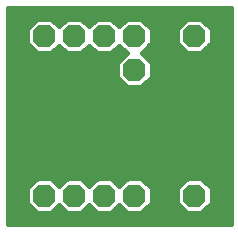
<source format=gbl>
G75*
%MOIN*%
%OFA0B0*%
%FSLAX24Y24*%
%IPPOS*%
%LPD*%
%AMOC8*
5,1,8,0,0,1.08239X$1,22.5*
%
%ADD10OC8,0.0760*%
%ADD11C,0.0160*%
D10*
X001617Y001361D03*
X002617Y001361D03*
X003617Y001361D03*
X004617Y001361D03*
X005617Y001361D03*
X006617Y001361D03*
X004617Y005553D03*
X004617Y006676D03*
X005617Y006676D03*
X006617Y006676D03*
X003617Y006676D03*
X002617Y006676D03*
X001617Y006676D03*
D11*
X000410Y000410D02*
X007824Y000410D01*
X007824Y007627D01*
X000410Y007627D01*
X000410Y000410D01*
X000410Y000497D02*
X007824Y000497D01*
X007824Y000656D02*
X000410Y000656D01*
X000410Y000814D02*
X001344Y000814D01*
X001377Y000781D02*
X001857Y000781D01*
X002117Y001041D01*
X002377Y000781D01*
X002857Y000781D01*
X003117Y001041D01*
X003377Y000781D01*
X003857Y000781D01*
X004117Y001041D01*
X004377Y000781D01*
X004857Y000781D01*
X005197Y001121D01*
X005197Y001601D01*
X004857Y001941D01*
X004377Y001941D01*
X004117Y001681D01*
X003857Y001941D01*
X003377Y001941D01*
X003117Y001681D01*
X002857Y001941D01*
X002377Y001941D01*
X002117Y001681D01*
X001857Y001941D01*
X001377Y001941D01*
X001037Y001601D01*
X001037Y001121D01*
X001377Y000781D01*
X001185Y000973D02*
X000410Y000973D01*
X000410Y001131D02*
X001037Y001131D01*
X001037Y001290D02*
X000410Y001290D01*
X000410Y001448D02*
X001037Y001448D01*
X001042Y001607D02*
X000410Y001607D01*
X000410Y001765D02*
X001201Y001765D01*
X001359Y001924D02*
X000410Y001924D01*
X000410Y002082D02*
X007824Y002082D01*
X007824Y001924D02*
X006875Y001924D01*
X006857Y001941D02*
X006377Y001941D01*
X006037Y001601D01*
X006037Y001121D01*
X006377Y000781D01*
X006857Y000781D01*
X007197Y001121D01*
X007197Y001601D01*
X006857Y001941D01*
X007033Y001765D02*
X007824Y001765D01*
X007824Y001607D02*
X007192Y001607D01*
X007197Y001448D02*
X007824Y001448D01*
X007824Y001290D02*
X007197Y001290D01*
X007197Y001131D02*
X007824Y001131D01*
X007824Y000973D02*
X007049Y000973D01*
X006890Y000814D02*
X007824Y000814D01*
X007824Y002241D02*
X000410Y002241D01*
X000410Y002399D02*
X007824Y002399D01*
X007824Y002558D02*
X000410Y002558D01*
X000410Y002716D02*
X007824Y002716D01*
X007824Y002875D02*
X000410Y002875D01*
X000410Y003033D02*
X007824Y003033D01*
X007824Y003192D02*
X000410Y003192D01*
X000410Y003350D02*
X007824Y003350D01*
X007824Y003509D02*
X000410Y003509D01*
X000410Y003667D02*
X007824Y003667D01*
X007824Y003826D02*
X000410Y003826D01*
X000410Y003984D02*
X007824Y003984D01*
X007824Y004143D02*
X000410Y004143D01*
X000410Y004301D02*
X007824Y004301D01*
X007824Y004460D02*
X000410Y004460D01*
X000410Y004618D02*
X007824Y004618D01*
X007824Y004777D02*
X000410Y004777D01*
X000410Y004935D02*
X007824Y004935D01*
X007824Y005094D02*
X004978Y005094D01*
X004857Y004973D02*
X005197Y005313D01*
X005197Y005793D01*
X004876Y006115D01*
X005197Y006436D01*
X005197Y006916D01*
X004857Y007256D01*
X004377Y007256D01*
X004117Y006996D01*
X003857Y007256D01*
X003377Y007256D01*
X003117Y006996D01*
X002857Y007256D01*
X002377Y007256D01*
X002117Y006996D01*
X001857Y007256D01*
X001377Y007256D01*
X001037Y006916D01*
X001037Y006436D01*
X001377Y006096D01*
X001857Y006096D01*
X002117Y006356D01*
X002377Y006096D01*
X002857Y006096D01*
X003117Y006356D01*
X003377Y006096D01*
X003857Y006096D01*
X004117Y006356D01*
X004358Y006115D01*
X004037Y005793D01*
X004037Y005313D01*
X004377Y004973D01*
X004857Y004973D01*
X005136Y005252D02*
X007824Y005252D01*
X007824Y005411D02*
X005197Y005411D01*
X005197Y005569D02*
X007824Y005569D01*
X007824Y005728D02*
X005197Y005728D01*
X005104Y005886D02*
X007824Y005886D01*
X007824Y006045D02*
X004946Y006045D01*
X004964Y006203D02*
X006270Y006203D01*
X006377Y006096D02*
X006857Y006096D01*
X007197Y006436D01*
X007197Y006916D01*
X006857Y007256D01*
X006377Y007256D01*
X006037Y006916D01*
X006037Y006436D01*
X006377Y006096D01*
X006111Y006362D02*
X005123Y006362D01*
X005197Y006520D02*
X006037Y006520D01*
X006037Y006679D02*
X005197Y006679D01*
X005197Y006837D02*
X006037Y006837D01*
X006116Y006996D02*
X005118Y006996D01*
X004959Y007154D02*
X006275Y007154D01*
X006959Y007154D02*
X007824Y007154D01*
X007824Y007313D02*
X000410Y007313D01*
X000410Y007154D02*
X001275Y007154D01*
X001116Y006996D02*
X000410Y006996D01*
X000410Y006837D02*
X001037Y006837D01*
X001037Y006679D02*
X000410Y006679D01*
X000410Y006520D02*
X001037Y006520D01*
X001111Y006362D02*
X000410Y006362D01*
X000410Y006203D02*
X001270Y006203D01*
X001964Y006203D02*
X002270Y006203D01*
X002964Y006203D02*
X003270Y006203D01*
X003964Y006203D02*
X004270Y006203D01*
X004288Y006045D02*
X000410Y006045D01*
X000410Y005886D02*
X004130Y005886D01*
X004037Y005728D02*
X000410Y005728D01*
X000410Y005569D02*
X004037Y005569D01*
X004037Y005411D02*
X000410Y005411D01*
X000410Y005252D02*
X004098Y005252D01*
X004256Y005094D02*
X000410Y005094D01*
X001959Y007154D02*
X002275Y007154D01*
X002959Y007154D02*
X003275Y007154D01*
X003959Y007154D02*
X004275Y007154D01*
X006964Y006203D02*
X007824Y006203D01*
X007824Y006362D02*
X007123Y006362D01*
X007197Y006520D02*
X007824Y006520D01*
X007824Y006679D02*
X007197Y006679D01*
X007197Y006837D02*
X007824Y006837D01*
X007824Y006996D02*
X007118Y006996D01*
X007824Y007471D02*
X000410Y007471D01*
X001875Y001924D02*
X002359Y001924D01*
X002201Y001765D02*
X002033Y001765D01*
X002049Y000973D02*
X002185Y000973D01*
X002344Y000814D02*
X001890Y000814D01*
X002890Y000814D02*
X003344Y000814D01*
X003185Y000973D02*
X003049Y000973D01*
X003033Y001765D02*
X003201Y001765D01*
X003359Y001924D02*
X002875Y001924D01*
X003875Y001924D02*
X004359Y001924D01*
X004201Y001765D02*
X004033Y001765D01*
X004049Y000973D02*
X004185Y000973D01*
X004344Y000814D02*
X003890Y000814D01*
X004890Y000814D02*
X006344Y000814D01*
X006185Y000973D02*
X005049Y000973D01*
X005197Y001131D02*
X006037Y001131D01*
X006037Y001290D02*
X005197Y001290D01*
X005197Y001448D02*
X006037Y001448D01*
X006042Y001607D02*
X005192Y001607D01*
X005033Y001765D02*
X006201Y001765D01*
X006359Y001924D02*
X004875Y001924D01*
M02*

</source>
